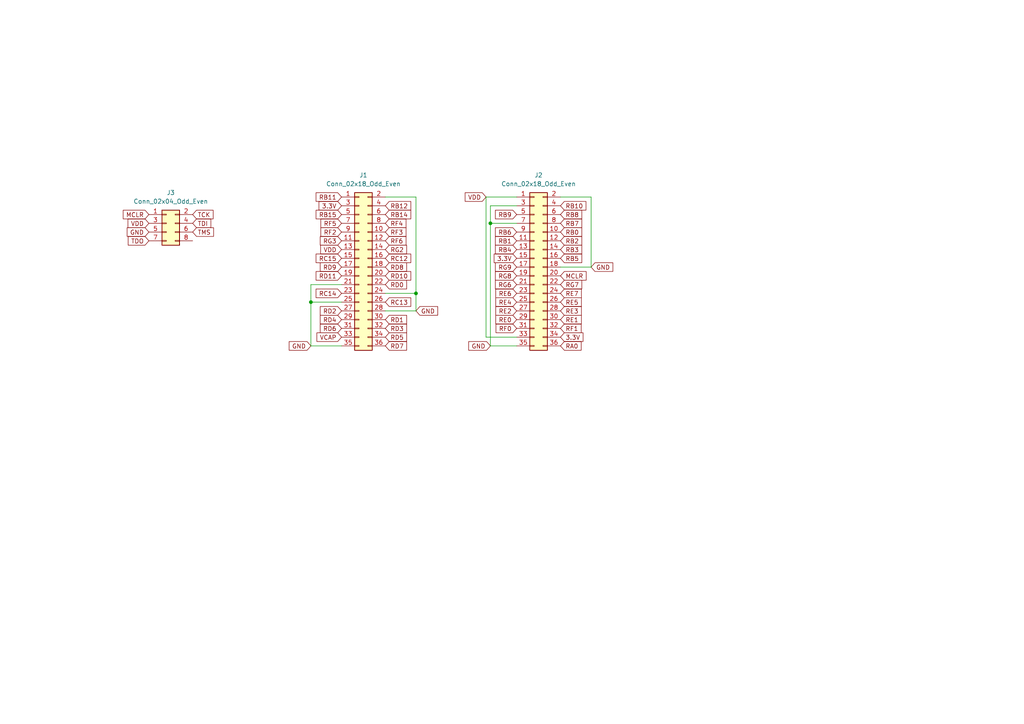
<source format=kicad_sch>
(kicad_sch (version 20231120) (generator "eeschema") (generator_version "8.0")
  (paper "A4")
  (title_block (title "Schematic for train detection module"))
  (lib_symbols
    (symbol "Connector_Generic:Conn_02x04_Odd_Even" (pin_names (offset 1.016) hide)
      (property "Reference" "J" (at 1.27 5.08 0))
      (property "Value" "Conn_02x04_Odd_Even" (at 1.27 -7.62 0))
      (symbol "Conn_02x04_Odd_Even_1_1"
        (rectangle (start -1.27 -4.953) (end 0 -5.207) (stroke (width 0.1524)))
        (rectangle (start -1.27 -2.413) (end 0 -2.667) (stroke (width 0.1524)))
        (rectangle (start -1.27 0.127) (end 0 -0.127) (stroke (width 0.1524)))
        (rectangle (start -1.27 2.667) (end 0 2.413) (stroke (width 0.1524)))
        (rectangle (start -1.27 3.81) (end 3.81 -6.35) (stroke (width 0.254)) (fill (type background)))
        (rectangle (start 3.81 -4.953) (end 2.54 -5.207) (stroke (width 0.1524)))
        (rectangle (start 3.81 -2.413) (end 2.54 -2.667) (stroke (width 0.1524)))
        (rectangle (start 3.81 0.127) (end 2.54 -0.127) (stroke (width 0.1524)))
        (rectangle (start 3.81 2.667) (end 2.54 2.413) (stroke (width 0.1524)))
        (pin passive line (at -5.08 2.54 0) (length 3.81) (name "Pin_1") (number "1"))
        (pin passive line (at 7.62 2.54 180) (length 3.81) (name "Pin_2") (number "2"))
        (pin passive line (at -5.08 0 0) (length 3.81) (name "Pin_3") (number "3"))
        (pin passive line (at 7.62 0 180) (length 3.81) (name "Pin_4") (number "4"))
        (pin passive line (at -5.08 -2.54 0) (length 3.81) (name "Pin_5") (number "5"))
        (pin passive line (at 7.62 -2.54 180) (length 3.81) (name "Pin_6") (number "6"))
        (pin passive line (at -5.08 -5.08 0) (length 3.81) (name "Pin_7") (number "7"))
        (pin passive line (at 7.62 -5.08 180) (length 3.81) (name "Pin_8") (number "8"))
      )
    )
    (symbol "Connector_Generic:Conn_02x18_Odd_Even" (pin_names (offset 1.016) hide)
      (property "Reference" "J" (at 1.27 22.86 0))
      (property "Value" "Conn_02x18_Odd_Even" (at 1.27 -25.4 0))
      (symbol "Conn_02x18_Odd_Even_1_1"
        (rectangle (start -1.27 -22.733) (end 0 -22.987) (stroke (width 0.1524)))
        (rectangle (start -1.27 -20.193) (end 0 -20.447) (stroke (width 0.1524)))
        (rectangle (start -1.27 -17.653) (end 0 -17.907) (stroke (width 0.1524)))
        (rectangle (start -1.27 -15.113) (end 0 -15.367) (stroke (width 0.1524)))
        (rectangle (start -1.27 -12.573) (end 0 -12.827) (stroke (width 0.1524)))
        (rectangle (start -1.27 -10.033) (end 0 -10.287) (stroke (width 0.1524)))
        (rectangle (start -1.27 -7.493) (end 0 -7.747) (stroke (width 0.1524)))
        (rectangle (start -1.27 -4.953) (end 0 -5.207) (stroke (width 0.1524)))
        (rectangle (start -1.27 -2.413) (end 0 -2.667) (stroke (width 0.1524)))
        (rectangle (start -1.27 0.127) (end 0 -0.127) (stroke (width 0.1524)))
        (rectangle (start -1.27 2.667) (end 0 2.413) (stroke (width 0.1524)))
        (rectangle (start -1.27 5.207) (end 0 4.953) (stroke (width 0.1524)))
        (rectangle (start -1.27 7.747) (end 0 7.493) (stroke (width 0.1524)))
        (rectangle (start -1.27 10.287) (end 0 10.033) (stroke (width 0.1524)))
        (rectangle (start -1.27 12.827) (end 0 12.573) (stroke (width 0.1524)))
        (rectangle (start -1.27 15.367) (end 0 15.113) (stroke (width 0.1524)))
        (rectangle (start -1.27 17.907) (end 0 17.653) (stroke (width 0.1524)))
        (rectangle (start -1.27 20.447) (end 0 20.193) (stroke (width 0.1524)))
        (rectangle (start -1.27 21.59) (end 3.81 -24.13) (stroke (width 0.254)) (fill (type background)))
        (rectangle (start 3.81 -22.733) (end 2.54 -22.987) (stroke (width 0.1524)))
        (rectangle (start 3.81 -20.193) (end 2.54 -20.447) (stroke (width 0.1524)))
        (rectangle (start 3.81 -17.653) (end 2.54 -17.907) (stroke (width 0.1524)))
        (rectangle (start 3.81 -15.113) (end 2.54 -15.367) (stroke (width 0.1524)))
        (rectangle (start 3.81 -12.573) (end 2.54 -12.827) (stroke (width 0.1524)))
        (rectangle (start 3.81 -10.033) (end 2.54 -10.287) (stroke (width 0.1524)))
        (rectangle (start 3.81 -7.493) (end 2.54 -7.747) (stroke (width 0.1524)))
        (rectangle (start 3.81 -4.953) (end 2.54 -5.207) (stroke (width 0.1524)))
        (rectangle (start 3.81 -2.413) (end 2.54 -2.667) (stroke (width 0.1524)))
        (rectangle (start 3.81 0.127) (end 2.54 -0.127) (stroke (width 0.1524)))
        (rectangle (start 3.81 2.667) (end 2.54 2.413) (stroke (width 0.1524)))
        (rectangle (start 3.81 5.207) (end 2.54 4.953) (stroke (width 0.1524)))
        (rectangle (start 3.81 7.747) (end 2.54 7.493) (stroke (width 0.1524)))
        (rectangle (start 3.81 10.287) (end 2.54 10.033) (stroke (width 0.1524)))
        (rectangle (start 3.81 12.827) (end 2.54 12.573) (stroke (width 0.1524)))
        (rectangle (start 3.81 15.367) (end 2.54 15.113) (stroke (width 0.1524)))
        (rectangle (start 3.81 17.907) (end 2.54 17.653) (stroke (width 0.1524)))
        (rectangle (start 3.81 20.447) (end 2.54 20.193) (stroke (width 0.1524)))
        (pin passive line (at -5.08 20.32 0) (length 3.81) (name "Pin_1") (number "1"))
        (pin passive line (at 7.62 10.16 180) (length 3.81) (name "Pin_10") (number "10"))
        (pin passive line (at -5.08 7.62 0) (length 3.81) (name "Pin_11") (number "11"))
        (pin passive line (at 7.62 7.62 180) (length 3.81) (name "Pin_12") (number "12"))
        (pin passive line (at -5.08 5.08 0) (length 3.81) (name "Pin_13") (number "13"))
        (pin passive line (at 7.62 5.08 180) (length 3.81) (name "Pin_14") (number "14"))
        (pin passive line (at -5.08 2.54 0) (length 3.81) (name "Pin_15") (number "15"))
        (pin passive line (at 7.62 2.54 180) (length 3.81) (name "Pin_16") (number "16"))
        (pin passive line (at -5.08 0 0) (length 3.81) (name "Pin_17") (number "17"))
        (pin passive line (at 7.62 0 180) (length 3.81) (name "Pin_18") (number "18"))
        (pin passive line (at -5.08 -2.54 0) (length 3.81) (name "Pin_19") (number "19"))
        (pin passive line (at 7.62 20.32 180) (length 3.81) (name "Pin_2") (number "2"))
        (pin passive line (at 7.62 -2.54 180) (length 3.81) (name "Pin_20") (number "20"))
        (pin passive line (at -5.08 -5.08 0) (length 3.81) (name "Pin_21") (number "21"))
        (pin passive line (at 7.62 -5.08 180) (length 3.81) (name "Pin_22") (number "22"))
        (pin passive line (at -5.08 -7.62 0) (length 3.81) (name "Pin_23") (number "23"))
        (pin passive line (at 7.62 -7.62 180) (length 3.81) (name "Pin_24") (number "24"))
        (pin passive line (at -5.08 -10.16 0) (length 3.81) (name "Pin_25") (number "25"))
        (pin passive line (at 7.62 -10.16 180) (length 3.81) (name "Pin_26") (number "26"))
        (pin passive line (at -5.08 -12.7 0) (length 3.81) (name "Pin_27") (number "27"))
        (pin passive line (at 7.62 -12.7 180) (length 3.81) (name "Pin_28") (number "28"))
        (pin passive line (at -5.08 -15.24 0) (length 3.81) (name "Pin_29") (number "29"))
        (pin passive line (at -5.08 17.78 0) (length 3.81) (name "Pin_3") (number "3"))
        (pin passive line (at 7.62 -15.24 180) (length 3.81) (name "Pin_30") (number "30"))
        (pin passive line (at -5.08 -17.78 0) (length 3.81) (name "Pin_31") (number "31"))
        (pin passive line (at 7.62 -17.78 180) (length 3.81) (name "Pin_32") (number "32"))
        (pin passive line (at -5.08 -20.32 0) (length 3.81) (name "Pin_33") (number "33"))
        (pin passive line (at 7.62 -20.32 180) (length 3.81) (name "Pin_34") (number "34"))
        (pin passive line (at -5.08 -22.86 0) (length 3.81) (name "Pin_35") (number "35"))
        (pin passive line (at 7.62 -22.86 180) (length 3.81) (name "Pin_36") (number "36"))
        (pin passive line (at 7.62 17.78 180) (length 3.81) (name "Pin_4") (number "4"))
        (pin passive line (at -5.08 15.24 0) (length 3.81) (name "Pin_5") (number "5"))
        (pin passive line (at 7.62 15.24 180) (length 3.81) (name "Pin_6") (number "6"))
        (pin passive line (at -5.08 12.7 0) (length 3.81) (name "Pin_7") (number "7"))
        (pin passive line (at 7.62 12.7 180) (length 3.81) (name "Pin_8") (number "8"))
        (pin passive line (at -5.08 10.16 0) (length 3.81) (name "Pin_9") (number "9"))
      )
    )
  )
  (junction (at 90.17 87.63))
  (junction (at 120.65 85.09))
  (junction (at 142.24 64.77))
  (wire (pts (xy 149.86 59.69) (xy 142.24 59.69)))
  (wire (pts (xy 90.17 87.63) (xy 90.17 100.33)))
  (wire (pts (xy 149.86 97.79) (xy 140.97 97.79)))
  (wire (pts (xy 90.17 100.33) (xy 99.06 100.33)))
  (wire (pts (xy 90.17 87.63) (xy 99.06 87.63)))
  (wire (pts (xy 111.76 90.17) (xy 120.65 90.17)))
  (wire (pts (xy 111.76 57.15) (xy 120.65 57.15)))
  (wire (pts (xy 142.24 64.77) (xy 149.86 64.77)))
  (wire (pts (xy 120.65 57.15) (xy 120.65 85.09)))
  (wire (pts (xy 171.45 57.15) (xy 171.45 77.47)))
  (wire (pts (xy 171.45 77.47) (xy 162.56 77.47)))
  (wire (pts (xy 162.56 57.15) (xy 171.45 57.15)))
  (wire (pts (xy 111.76 85.09) (xy 120.65 85.09)))
  (wire (pts (xy 99.06 82.55) (xy 90.17 82.55)))
  (wire (pts (xy 142.24 64.77) (xy 142.24 100.33)))
  (wire (pts (xy 140.97 57.15) (xy 149.86 57.15)))
  (wire (pts (xy 142.24 100.33) (xy 149.86 100.33)))
  (wire (pts (xy 120.65 85.09) (xy 120.65 90.17)))
  (wire (pts (xy 90.17 82.55) (xy 90.17 87.63)))
  (wire (pts (xy 142.24 59.69) (xy 142.24 64.77)))
  (wire (pts (xy 140.97 97.79) (xy 140.97 57.15)))
  (global_label "MCLR" (shape input) (at 43.18 62.23 180) (property "Intersheetrefs" "${INTERSHEET_REFS}" (effects (hide yes))))
  (global_label "VDD" (shape input) (at 99.06 72.39 180) (property "Intersheetrefs" "${INTERSHEET_REFS}" (effects (hide yes))))
  (global_label "RE5" (shape input) (at 162.56 87.63 0) (property "Intersheetrefs" "${INTERSHEET_REFS}" (effects (hide yes))))
  (global_label "TDI" (shape input) (at 55.88 64.77 0) (property "Intersheetrefs" "${INTERSHEET_REFS}" (effects (hide yes))))
  (global_label "RB2" (shape input) (at 162.56 69.85 0) (property "Intersheetrefs" "${INTERSHEET_REFS}" (effects (hide yes))))
  (global_label "RB6" (shape input) (at 149.86 67.31 180) (property "Intersheetrefs" "${INTERSHEET_REFS}" (effects (hide yes))))
  (global_label "RE2" (shape input) (at 149.86 90.17 180) (property "Intersheetrefs" "${INTERSHEET_REFS}" (effects (hide yes))))
  (global_label "RB15" (shape input) (at 99.06 62.23 180) (property "Intersheetrefs" "${INTERSHEET_REFS}" (effects (hide yes))))
  (global_label "RD11" (shape input) (at 99.06 80.01 180) (property "Intersheetrefs" "${INTERSHEET_REFS}" (effects (hide yes))))
  (global_label "RD9" (shape input) (at 99.06 77.47 180) (property "Intersheetrefs" "${INTERSHEET_REFS}" (effects (hide yes))))
  (global_label "RB1" (shape input) (at 149.86 69.85 180) (property "Intersheetrefs" "${INTERSHEET_REFS}" (effects (hide yes))))
  (global_label "RB14" (shape input) (at 111.76 62.23 0) (property "Intersheetrefs" "${INTERSHEET_REFS}" (effects (hide yes))))
  (global_label "GND" (shape input) (at 43.18 67.31 180) (property "Intersheetrefs" "${INTERSHEET_REFS}" (effects (hide yes))))
  (global_label "RG7" (shape input) (at 162.56 82.55 0) (property "Intersheetrefs" "${INTERSHEET_REFS}" (effects (hide yes))))
  (global_label "RD6" (shape input) (at 99.06 95.25 180) (property "Intersheetrefs" "${INTERSHEET_REFS}" (effects (hide yes))))
  (global_label "TMS" (shape input) (at 55.88 67.31 0) (property "Intersheetrefs" "${INTERSHEET_REFS}" (effects (hide yes))))
  (global_label "RB3" (shape input) (at 162.56 72.39 0) (property "Intersheetrefs" "${INTERSHEET_REFS}" (effects (hide yes))))
  (global_label "RF4" (shape input) (at 111.76 64.77 0) (property "Intersheetrefs" "${INTERSHEET_REFS}" (effects (hide yes))))
  (global_label "RD10" (shape input) (at 111.76 80.01 0) (property "Intersheetrefs" "${INTERSHEET_REFS}" (effects (hide yes))))
  (global_label "MCLR" (shape input) (at 162.56 80.01 0) (property "Intersheetrefs" "${INTERSHEET_REFS}" (effects (hide yes))))
  (global_label "GND" (shape input) (at 171.45 77.47 0) (property "Intersheetrefs" "${INTERSHEET_REFS}" (effects (hide yes))))
  (global_label "VDD" (shape input) (at 140.97 57.15 180) (property "Intersheetrefs" "${INTERSHEET_REFS}" (effects (hide yes))))
  (global_label "3.3V" (shape input) (at 162.56 97.79 0) (property "Intersheetrefs" "${INTERSHEET_REFS}" (effects (hide yes))))
  (global_label "RD3" (shape input) (at 111.76 95.25 0) (property "Intersheetrefs" "${INTERSHEET_REFS}" (effects (hide yes))))
  (global_label "RD0" (shape input) (at 111.76 82.55 0) (property "Intersheetrefs" "${INTERSHEET_REFS}" (effects (hide yes))))
  (global_label "RE3" (shape input) (at 162.56 90.17 0) (property "Intersheetrefs" "${INTERSHEET_REFS}" (effects (hide yes))))
  (global_label "RC14" (shape input) (at 99.06 85.09 180) (property "Intersheetrefs" "${INTERSHEET_REFS}" (effects (hide yes))))
  (global_label "RD5" (shape input) (at 111.76 97.79 0) (property "Intersheetrefs" "${INTERSHEET_REFS}" (effects (hide yes))))
  (global_label "3.3V" (shape input) (at 149.86 74.93 180) (property "Intersheetrefs" "${INTERSHEET_REFS}" (effects (hide yes))))
  (global_label "RC12" (shape input) (at 111.76 74.93 0) (property "Intersheetrefs" "${INTERSHEET_REFS}" (effects (hide yes))))
  (global_label "RE1" (shape input) (at 162.56 92.71 0) (property "Intersheetrefs" "${INTERSHEET_REFS}" (effects (hide yes))))
  (global_label "RG9" (shape input) (at 149.86 77.47 180) (property "Intersheetrefs" "${INTERSHEET_REFS}" (effects (hide yes))))
  (global_label "TDO" (shape input) (at 43.18 69.85 180) (property "Intersheetrefs" "${INTERSHEET_REFS}" (effects (hide yes))))
  (global_label "RB8" (shape input) (at 162.56 62.23 0) (property "Intersheetrefs" "${INTERSHEET_REFS}" (effects (hide yes))))
  (global_label "RC13" (shape input) (at 111.76 87.63 0) (property "Intersheetrefs" "${INTERSHEET_REFS}" (effects (hide yes))))
  (global_label "RB11" (shape input) (at 99.06 57.15 180) (property "Intersheetrefs" "${INTERSHEET_REFS}" (effects (hide yes))))
  (global_label "RD4" (shape input) (at 99.06 92.71 180) (property "Intersheetrefs" "${INTERSHEET_REFS}" (effects (hide yes))))
  (global_label "RE0" (shape input) (at 149.86 92.71 180) (property "Intersheetrefs" "${INTERSHEET_REFS}" (effects (hide yes))))
  (global_label "RF0" (shape input) (at 149.86 95.25 180) (property "Intersheetrefs" "${INTERSHEET_REFS}" (effects (hide yes))))
  (global_label "RB5" (shape input) (at 162.56 74.93 0) (property "Intersheetrefs" "${INTERSHEET_REFS}" (effects (hide yes))))
  (global_label "RF3" (shape input) (at 111.76 67.31 0) (property "Intersheetrefs" "${INTERSHEET_REFS}" (effects (hide yes))))
  (global_label "VCAP" (shape input) (at 99.06 97.79 180) (property "Intersheetrefs" "${INTERSHEET_REFS}" (effects (hide yes))))
  (global_label "RB7" (shape input) (at 162.56 64.77 0) (property "Intersheetrefs" "${INTERSHEET_REFS}" (effects (hide yes))))
  (global_label "GND" (shape input) (at 142.24 100.33 180) (property "Intersheetrefs" "${INTERSHEET_REFS}" (effects (hide yes))))
  (global_label "RE7" (shape input) (at 162.56 85.09 0) (property "Intersheetrefs" "${INTERSHEET_REFS}" (effects (hide yes))))
  (global_label "GND" (shape input) (at 90.17 100.33 180) (property "Intersheetrefs" "${INTERSHEET_REFS}" (effects (hide yes))))
  (global_label "RF5" (shape input) (at 99.06 64.77 180) (property "Intersheetrefs" "${INTERSHEET_REFS}" (effects (hide yes))))
  (global_label "RD7" (shape input) (at 111.76 100.33 0) (property "Intersheetrefs" "${INTERSHEET_REFS}" (effects (hide yes))))
  (global_label "RG8" (shape input) (at 149.86 80.01 180) (property "Intersheetrefs" "${INTERSHEET_REFS}" (effects (hide yes))))
  (global_label "RD2" (shape input) (at 99.06 90.17 180) (property "Intersheetrefs" "${INTERSHEET_REFS}" (effects (hide yes))))
  (global_label "RG2" (shape input) (at 111.76 72.39 0) (property "Intersheetrefs" "${INTERSHEET_REFS}" (effects (hide yes))))
  (global_label "RB9" (shape input) (at 149.86 62.23 180) (property "Intersheetrefs" "${INTERSHEET_REFS}" (effects (hide yes))))
  (global_label "RE6" (shape input) (at 149.86 85.09 180) (property "Intersheetrefs" "${INTERSHEET_REFS}" (effects (hide yes))))
  (global_label "RF6" (shape input) (at 111.76 69.85 0) (property "Intersheetrefs" "${INTERSHEET_REFS}" (effects (hide yes))))
  (global_label "RG3" (shape input) (at 99.06 69.85 180) (property "Intersheetrefs" "${INTERSHEET_REFS}" (effects (hide yes))))
  (global_label "RD1" (shape input) (at 111.76 92.71 0) (property "Intersheetrefs" "${INTERSHEET_REFS}" (effects (hide yes))))
  (global_label "RD8" (shape input) (at 111.76 77.47 0) (property "Intersheetrefs" "${INTERSHEET_REFS}" (effects (hide yes))))
  (global_label "RB12" (shape input) (at 111.76 59.69 0) (property "Intersheetrefs" "${INTERSHEET_REFS}" (effects (hide yes))))
  (global_label "RF2" (shape input) (at 99.06 67.31 180) (property "Intersheetrefs" "${INTERSHEET_REFS}" (effects (hide yes))))
  (global_label "GND" (shape input) (at 120.65 90.17 0) (property "Intersheetrefs" "${INTERSHEET_REFS}" (effects (hide yes))))
  (global_label "RB10" (shape input) (at 162.56 59.69 0) (property "Intersheetrefs" "${INTERSHEET_REFS}" (effects (hide yes))))
  (global_label "RE4" (shape input) (at 149.86 87.63 180) (property "Intersheetrefs" "${INTERSHEET_REFS}" (effects (hide yes))))
  (global_label "3.3V" (shape input) (at 99.06 59.69 180) (property "Intersheetrefs" "${INTERSHEET_REFS}" (effects (hide yes))))
  (global_label "TCK" (shape input) (at 55.88 62.23 0) (property "Intersheetrefs" "${INTERSHEET_REFS}" (effects (hide yes))))
  (global_label "RF1" (shape input) (at 162.56 95.25 0) (property "Intersheetrefs" "${INTERSHEET_REFS}" (effects (hide yes))))
  (global_label "RB0" (shape input) (at 162.56 67.31 0) (property "Intersheetrefs" "${INTERSHEET_REFS}" (effects (hide yes))))
  (global_label "RA0" (shape input) (at 162.56 100.33 0) (property "Intersheetrefs" "${INTERSHEET_REFS}" (effects (hide yes))))
  (global_label "RG6" (shape input) (at 149.86 82.55 180) (property "Intersheetrefs" "${INTERSHEET_REFS}" (effects (hide yes))))
  (global_label "VDD" (shape input) (at 43.18 64.77 180) (property "Intersheetrefs" "${INTERSHEET_REFS}" (effects (hide yes))))
  (global_label "RB4" (shape input) (at 149.86 72.39 180) (property "Intersheetrefs" "${INTERSHEET_REFS}" (effects (hide yes))))
  (global_label "RC15" (shape input) (at 99.06 74.93 180) (property "Intersheetrefs" "${INTERSHEET_REFS}" (effects (hide yes))))
  (symbol (lib_id "Connector_Generic:Conn_02x18_Odd_Even") (at 104.14 77.47 0) (unit 1)
    (property "Reference" "J1" (at 105.41 50.8 0))
    (property "Value" "Conn_02x18_Odd_Even" (at 105.41 53.34 0))
    (property "Footprint" "Connector_PinSocket_2.54mm:PinSocket_2x18_P2.54mm_Vertical" (effects (hide yes)))
    (property "Description" "Generic connector, double row, 02x18, odd/even pin numbering scheme (row 1 odd numbers, row 2 even numbers), script generated (kicad-library-utils/schlib/autogen/connector/)" (effects (hide yes)))
  )
  (symbol (lib_id "Connector_Generic:Conn_02x18_Odd_Even") (at 154.94 77.47 0) (unit 1)
    (property "Reference" "J2" (at 156.21 50.8 0))
    (property "Value" "Conn_02x18_Odd_Even" (at 156.21 53.34 0))
    (property "Footprint" "Connector_PinSocket_2.54mm:PinSocket_2x18_P2.54mm_Vertical" (effects (hide yes)))
    (property "Description" "Generic connector, double row, 02x18, odd/even pin numbering scheme (row 1 odd numbers, row 2 even numbers), script generated (kicad-library-utils/schlib/autogen/connector/)" (effects (hide yes)))
  )
  (symbol (lib_id "Connector_Generic:Conn_02x04_Odd_Even") (at 48.26 64.77 0) (unit 1)
    (property "Reference" "J3" (at 49.53 55.88 0))
    (property "Value" "Conn_02x04_Odd_Even" (at 49.53 58.42 0))
    (property "Footprint" "Connector_PinSocket_2.54mm:PinSocket_2x04_P2.54mm_Vertical" (effects (hide yes)))
    (property "Description" "Generic connector, double row, 02x04, odd/even pin numbering scheme (row 1 odd numbers, row 2 even numbers), script generated (kicad-library-utils/schlib/autogen/connector/)" (effects (hide yes)))
  )
)
</source>
